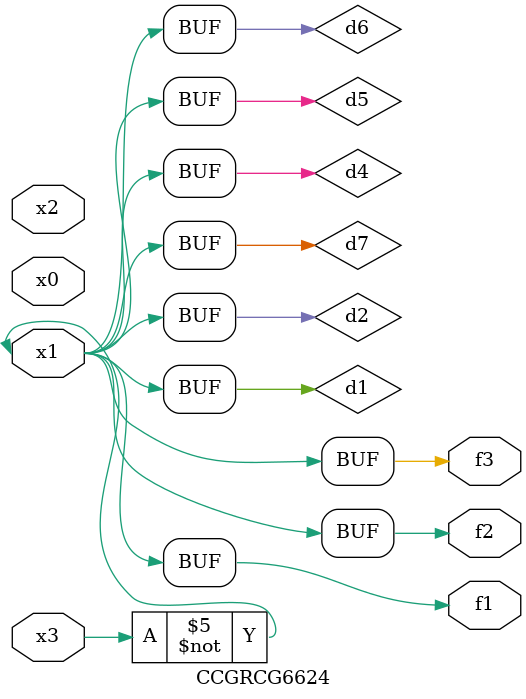
<source format=v>
module CCGRCG6624(
	input x0, x1, x2, x3,
	output f1, f2, f3
);

	wire d1, d2, d3, d4, d5, d6, d7;

	not (d1, x3);
	buf (d2, x1);
	xnor (d3, d1, d2);
	nor (d4, d1);
	buf (d5, d1, d2);
	buf (d6, d4, d5);
	nand (d7, d4);
	assign f1 = d6;
	assign f2 = d7;
	assign f3 = d6;
endmodule

</source>
